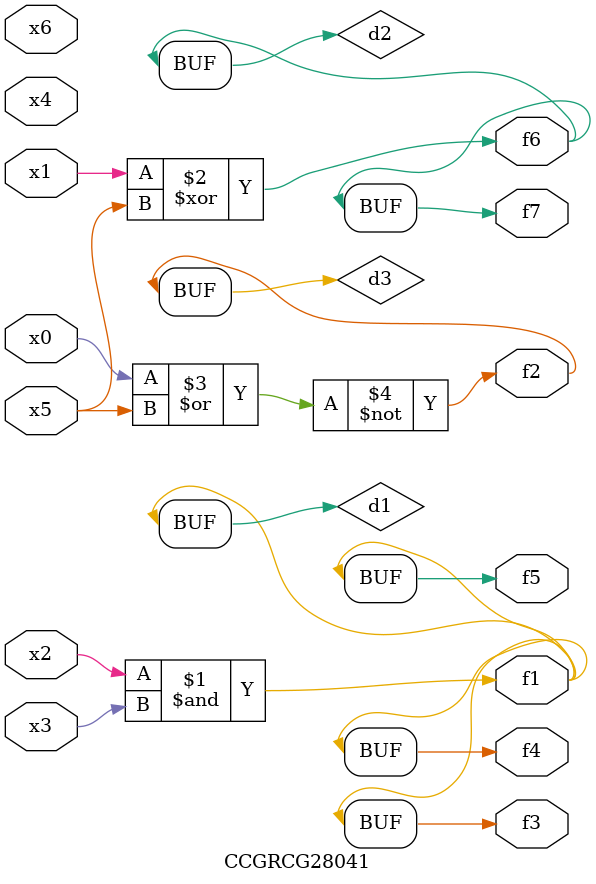
<source format=v>
module CCGRCG28041(
	input x0, x1, x2, x3, x4, x5, x6,
	output f1, f2, f3, f4, f5, f6, f7
);

	wire d1, d2, d3;

	and (d1, x2, x3);
	xor (d2, x1, x5);
	nor (d3, x0, x5);
	assign f1 = d1;
	assign f2 = d3;
	assign f3 = d1;
	assign f4 = d1;
	assign f5 = d1;
	assign f6 = d2;
	assign f7 = d2;
endmodule

</source>
